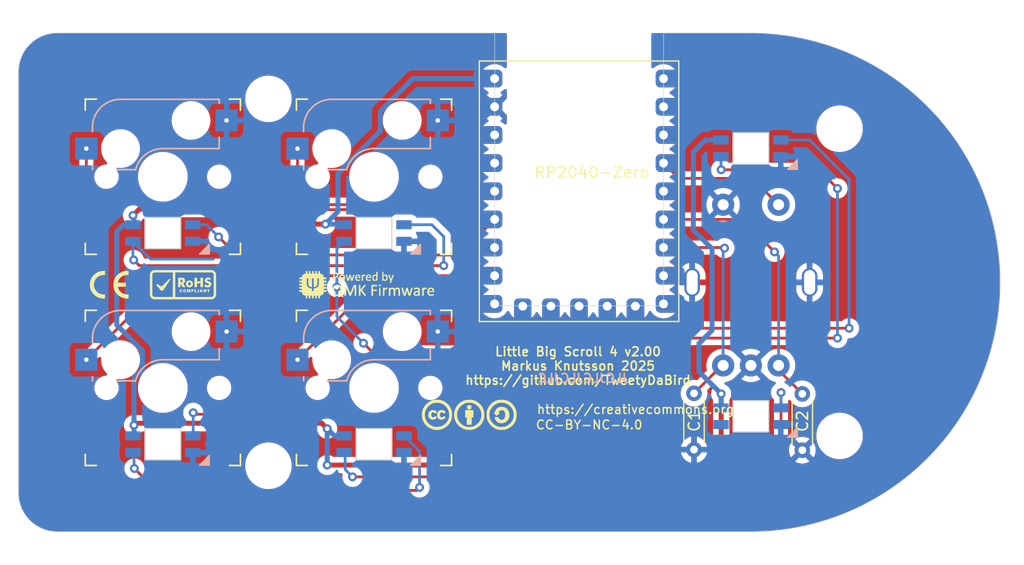
<source format=kicad_pcb>
(kicad_pcb (version 20241229) (generator "pcbnew") (generator_version "9.0")
  (title_block (title "Little Big Scroll 4") (date "2025-03-25") (rev "v2.00") (company "Markus Knutsson <markus.knutsson@tweety.se>") (comment 1 "https://github.com/TweetyDaBird") (comment 2 "Licensed under Creative Commons Attribution-ShareAlike 4.0 International"))
  (layers (0 "F.Cu" signal) (2 "B.Cu" signal) (13 "F.Paste" user) (15 "B.Paste" user) (5 "F.SilkS" user "F.Silkscreen") (7 "B.SilkS" user "B.Silkscreen") (1 "F.Mask" user) (3 "B.Mask" user) (25 "Edge.Cuts" user))
  (net 0 "")
  (net 1 "GND")
  (net 2 "VCC")
  (net 3 "RGB")
  (net 4 "Net-(RGB1-DOUT)")
  (net 5 "Net-(RGB2-DOUT)")
  (net 6 "Net-(RGB3-DOUT)")
  (net 7 "Net-(RGB4-DOUT)")
  (net 8 "Net-(RGB5-DOUT)")
  (net 9 "ENC_A")
  (net 10 "ENC_B")
  (net 12 "Key1")
  (net 13 "Key2")
  (net 14 "Key3")
  (net 15 "Key4")
  (net 16 "Key5")
  (footprint "Resistor_THT:R_Axial_DIN0204_L3.6mm_D1.6mm_P5.08mm_Horizontal" (layer "F.Cu") (at 214.25 121.57 -90)
    (property "Reference" "C1" (at 2.5 -0.02 90) (layer "F.SilkS"))
    (property "Value" "100nF")
    (pad "1" thru_hole circle (at 0 0 270) (size 1.4 1.4) (drill 0.7) (layers "*.Cu" "*.Mask") (net 9 "ENC_A"))
    (pad "2" thru_hole oval (at 5.08 0 270) (size 1.4 1.4) (drill 0.7) (layers "*.Cu" "*.Mask") (net 1 "GND"))
  )
  (footprint "Resistor_THT:R_Axial_DIN0204_L3.6mm_D1.6mm_P5.08mm_Horizontal" (layer "F.Cu") (at 224.02 126.7 90)
    (property "Reference" "C2" (at 2.62 0.01 90) (layer "F.SilkS"))
    (property "Value" "100nF")
    (pad "1" thru_hole circle (at 0 0 90) (size 1.4 1.4) (drill 0.7) (layers "*.Cu" "*.Mask") (net 1 "GND"))
    (pad "2" thru_hole oval (at 5.08 0 90) (size 1.4 1.4) (drill 0.7) (layers "*.Cu" "*.Mask") (net 10 "ENC_B"))
  )
  (footprint "Keyboard Switches:SW_MX_HotSwap" (layer "F.Cu") (at 166.33 102.03)
    (property "Reference" "SW1" (hide yes))
    (property "Value" "SW_Push" (hide yes))
    (pad "" np_thru_hole circle (at -5.08 0) (size 1.7018 1.7018) (drill 1.7018) (layers "*.Cu" "*.Mask"))
    (pad "" np_thru_hole circle (at -3.81 -2.54) (size 3 3) (drill 3) (layers "*.Cu" "*.Mask"))
    (pad "" np_thru_hole circle (at 0 0) (size 3.9878 3.9878) (drill 3.9878) (layers "*.Cu" "*.Mask"))
    (pad "" np_thru_hole circle (at 2.54 -5.08) (size 3 3) (drill 3) (layers "*.Cu" "*.Mask"))
    (pad "" np_thru_hole circle (at 5.08 0) (size 1.7018 1.7018) (drill 1.7018) (layers "*.Cu" "*.Mask"))
    (pad "1" smd rect (at -6.9 -2.54) (size 2 2) (layers "B.Cu" "B.Mask" "B.Paste") (net 12 "Key1"))
    (pad "2" smd rect (at 5.75 -5.08) (size 2 2) (layers "B.Cu" "B.Mask" "B.Paste") (net 1 "GND"))
  )
  (footprint "Keyboard Switches:SW_MX_HotSwap" (layer "F.Cu") (at 185.38 102.03)
    (property "Reference" "SW2" (hide yes))
    (property "Value" "SW_Push" (hide yes))
    (pad "" np_thru_hole circle (at -5.08 0) (size 1.7018 1.7018) (drill 1.7018) (layers "*.Cu" "*.Mask"))
    (pad "" np_thru_hole circle (at -3.81 -2.54) (size 3 3) (drill 3) (layers "*.Cu" "*.Mask"))
    (pad "" np_thru_hole circle (at 0 0) (size 3.9878 3.9878) (drill 3.9878) (layers "*.Cu" "*.Mask"))
    (pad "" np_thru_hole circle (at 2.54 -5.08) (size 3 3) (drill 3) (layers "*.Cu" "*.Mask"))
    (pad "" np_thru_hole circle (at 5.08 0) (size 1.7018 1.7018) (drill 1.7018) (layers "*.Cu" "*.Mask"))
    (pad "1" smd rect (at -6.9 -2.54) (size 2 2) (layers "B.Cu" "B.Mask" "B.Paste") (net 13 "Key2"))
    (pad "2" smd rect (at 5.75 -5.08) (size 2 2) (layers "B.Cu" "B.Mask" "B.Paste") (net 1 "GND"))
  )
  (footprint "Keyboard Switches:SW_MX_HotSwap" (layer "F.Cu") (at 166.33 121.08)
    (property "Reference" "SW3" (hide yes))
    (property "Value" "SW_Push" (hide yes))
    (pad "" np_thru_hole circle (at -5.08 0) (size 1.7018 1.7018) (drill 1.7018) (layers "*.Cu" "*.Mask"))
    (pad "" np_thru_hole circle (at -3.81 -2.54) (size 3 3) (drill 3) (layers "*.Cu" "*.Mask"))
    (pad "" np_thru_hole circle (at 0 0) (size 3.9878 3.9878) (drill 3.9878) (layers "*.Cu" "*.Mask"))
    (pad "" np_thru_hole circle (at 2.54 -5.08) (size 3 3) (drill 3) (layers "*.Cu" "*.Mask"))
    (pad "" np_thru_hole circle (at 5.08 0) (size 1.7018 1.7018) (drill 1.7018) (layers "*.Cu" "*.Mask"))
    (pad "1" smd rect (at -6.9 -2.54) (size 2 2) (layers "B.Cu" "B.Mask" "B.Paste") (net 14 "Key3"))
    (pad "2" smd rect (at 5.75 -5.08) (size 2 2) (layers "B.Cu" "B.Mask" "B.Paste") (net 1 "GND"))
  )
  (footprint "Keyboard Switches:SW_MX_HotSwap" (layer "F.Cu") (at 185.38 121.08)
    (property "Reference" "SW4" (hide yes))
    (property "Value" "SW_Push" (hide yes))
    (pad "" np_thru_hole circle (at -5.08 0) (size 1.7018 1.7018) (drill 1.7018) (layers "*.Cu" "*.Mask"))
    (pad "" np_thru_hole circle (at -3.81 -2.54) (size 3 3) (drill 3) (layers "*.Cu" "*.Mask"))
    (pad "" np_thru_hole circle (at 0 0) (size 3.9878 3.9878) (drill 3.9878) (layers "*.Cu" "*.Mask"))
    (pad "" np_thru_hole circle (at 2.54 -5.08) (size 3 3) (drill 3) (layers "*.Cu" "*.Mask"))
    (pad "" np_thru_hole circle (at 5.08 0) (size 1.7018 1.7018) (drill 1.7018) (layers "*.Cu" "*.Mask"))
    (pad "1" smd rect (at -6.9 -2.54) (size 2 2) (layers "B.Cu" "B.Mask" "B.Paste") (net 15 "Key4"))
    (pad "2" smd rect (at 5.75 -5.08) (size 2 2) (layers "B.Cu" "B.Mask" "B.Paste") (net 1 "GND"))
  )
  (footprint "Keyboard Common:Spacer PCB hole" (layer "F.Cu") (at 175.855 95.005)
    (property "Reference" "H1" (hide yes))
    (property "Value" "Spacer_PCB" (hide yes))
    (pad "" np_thru_hole circle (at 0 0) (size 3.7 3.7) (drill 3.7) (layers "*.Cu" "*.Mask"))
  )
  (footprint "Keyboard Common:Spacer PCB hole" (layer "F.Cu") (at 227.38 97.698594)
    (property "Reference" "H2" (hide yes))
    (property "Value" "Spacer_PCB" (hide yes))
    (pad "" np_thru_hole circle (at 0 0) (size 3.7 3.7) (drill 3.7) (layers "*.Cu" "*.Mask"))
  )
  (footprint "Keyboard Common:Spacer PCB hole" (layer "F.Cu") (at 227.38 125.411406)
    (property "Reference" "H3" (hide yes))
    (property "Value" "Spacer_PCB" (hide yes))
    (pad "" np_thru_hole circle (at 0 0) (size 3.7 3.7) (drill 3.7) (layers "*.Cu" "*.Mask"))
  )
  (footprint "Keyboard Common:Spacer PCB hole" (layer "F.Cu") (at 175.855 128.105)
    (property "Reference" "H4" (hide yes))
    (property "Value" "Spacer_PCB" (hide yes))
    (pad "" np_thru_hole circle (at 0 0) (size 3.7 3.7) (drill 3.7) (layers "*.Cu" "*.Mask"))
  )
  (footprint "Logotypes:CC_BY_SA_40_line" (layer "F.Cu") (at 203.824696 123.72)
    (property "Reference" "Logo1" (hide yes))
    (property "Value" "CC-BY-NC-4.0" (at 0.968264 0.695 0) (layer "F.SilkS") (effects (font (size 0.8 0.8) (thickness 0.125))))
    (fp_text user "https://creativecommons.org" (at 5.139694 -0.695 0) (layer "F.SilkS") (effects (font (size 0.8 0.8) (thickness 0.125))))
  )
  (footprint "Keyboard RGB:RGB_SK6812MINI-E" (layer "F.Cu") (at 219.38 123.635)
    (property "Reference" "RGB6" (hide yes))
    (property "Value" "SK6812MINI-E")
    (fp_line (start -1.61 -1.41) (end 1.61 -1.41) (stroke (width 0.1)) (layer "Edge.Cuts"))
    (fp_line (start -1.61 1.41) (end -1.61 -1.41) (stroke (width 0.1)) (layer "Edge.Cuts"))
    (fp_line (start 1.61 -1.41) (end 1.61 1.41) (stroke (width 0.1)) (layer "Edge.Cuts"))
    (fp_line (start 1.61 1.41) (end -1.61 1.41) (stroke (width 0.1)) (layer "Edge.Cuts"))
    (pad "1" smd roundrect (at -2.7 -0.75 270) (size 0.82 1.4) (layers "B.Cu" "B.Mask" "B.Paste") (roundrect_rratio 0.1) (net 2 "VCC"))
    (pad "2" smd roundrect (at -2.7 0.75 270) (size 0.82 1.4) (layers "B.Cu" "B.Mask" "B.Paste") (roundrect_rratio 0.1))
    (pad "3" smd roundrect (at 2.7 0.75 270) (size 0.82 1.4) (layers "B.Cu" "B.Mask" "B.Paste") (roundrect_rratio 0.1) (net 1 "GND"))
    (pad "4" smd roundrect (at 2.7 -0.75 270) (size 0.82 1.4) (layers "B.Cu" "B.Mask" "B.Paste") (roundrect_rratio 0.1) (net 8 "Net-(RGB5-DOUT)"))
  )
  (footprint "Logotypes:RoHs" (layer "F.Cu") (at 168.14 111.78)
    (property "Reference" "Logo3" (hide yes))
    (property "Value" "RoHS" (hide yes))
  )
  (footprint "Logotypes:Powered_by_QMK" (layer "F.Cu") (at 184.75 111.755392)
    (property "Reference" "Logo2" (hide yes))
    (property "Value" "QMK_Logo" (hide yes))
  )
  (footprint "Keyboard RGB:RGB_SK6812MINI-E" (layer "F.Cu") (at 185.38 107.11)
    (property "Reference" "RGB2" (hide yes))
    (property "Value" "SK6812MINI-E")
    (fp_line (start -1.61 -1.41) (end 1.61 -1.41) (stroke (width 0.1)) (layer "Edge.Cuts"))
    (fp_line (start -1.61 1.41) (end -1.61 -1.41) (stroke (width 0.1)) (layer "Edge.Cuts"))
    (fp_line (start 1.61 -1.41) (end 1.61 1.41) (stroke (width 0.1)) (layer "Edge.Cuts"))
    (fp_line (start 1.61 1.41) (end -1.61 1.41) (stroke (width 0.1)) (layer "Edge.Cuts"))
    (pad "1" smd roundrect (at -2.7 -0.75 270) (size 0.82 1.4) (layers "B.Cu" "B.Mask" "B.Paste") (roundrect_rratio 0.1) (net 2 "VCC"))
    (pad "2" smd roundrect (at -2.7 0.75 270) (size 0.82 1.4) (layers "B.Cu" "B.Mask" "B.Paste") (roundrect_rratio 0.1) (net 5 "Net-(RGB2-DOUT)"))
    (pad "3" smd roundrect (at 2.7 0.75 270) (size 0.82 1.4) (layers "B.Cu" "B.Mask" "B.Paste") (roundrect_rratio 0.1) (net 1 "GND"))
    (pad "4" smd roundrect (at 2.7 -0.75 270) (size 0.82 1.4) (layers "B.Cu" "B.Mask" "B.Paste") (roundrect_rratio 0.1) (net 4 "Net-(RGB1-DOUT)"))
  )
  (footprint "Keyboard RGB:RGB_SK6812MINI-E" (layer "F.Cu") (at 185.38 126.16)
    (property "Reference" "RGB5" (hide yes))
    (property "Value" "SK6812MINI-E")
    (fp_line (start -1.61 -1.41) (end 1.61 -1.41) (stroke (width 0.1)) (layer "Edge.Cuts"))
    (fp_line (start -1.61 1.41) (end -1.61 -1.41) (stroke (width 0.1)) (layer "Edge.Cuts"))
    (fp_line (start 1.61 -1.41) (end 1.61 1.41) (stroke (width 0.1)) (layer "Edge.Cuts"))
    (fp_line (start 1.61 1.41) (end -1.61 1.41) (stroke (width 0.1)) (layer "Edge.Cuts"))
    (pad "1" smd roundrect (at -2.7 -0.75 270) (size 0.82 1.4) (layers "B.Cu" "B.Mask" "B.Paste") (roundrect_rratio 0.1) (net 2 "VCC"))
    (pad "2" smd roundrect (at -2.7 0.75 270) (size 0.82 1.4) (layers "B.Cu" "B.Mask" "B.Paste") (roundrect_rratio 0.1) (net 8 "Net-(RGB5-DOUT)"))
    (pad "3" smd roundrect (at 2.7 0.75 270) (size 0.82 1.4) (layers "B.Cu" "B.Mask" "B.Paste") (roundrect_rratio 0.1) (net 1 "GND"))
    (pad "4" smd roundrect (at 2.7 -0.75 270) (size 0.82 1.4) (layers "B.Cu" "B.Mask" "B.Paste") (roundrect_rratio 0.1) (net 7 "Net-(RGB4-DOUT)"))
  )
  (footprint "Logotypes:CE" (layer "F.Cu") (at 161.489525 111.771748)
    (property "Reference" "Logo4" (hide yes))
    (property "Value" "CE" (hide yes))
  )
  (footprint "Keyboard RGB:RGB_SK6812MINI-E" (layer "F.Cu") (at 166.33 126.16)
    (property "Reference" "RGB4" (hide yes))
    (property "Value" "SK6812MINI-E")
    (fp_line (start -1.61 -1.41) (end 1.61 -1.41) (stroke (width 0.1)) (layer "Edge.Cuts"))
    (fp_line (start -1.61 1.41) (end -1.61 -1.41) (stroke (width 0.1)) (layer "Edge.Cuts"))
    (fp_line (start 1.61 -1.41) (end 1.61 1.41) (stroke (width 0.1)) (layer "Edge.Cuts"))
    (fp_line (start 1.61 1.41) (end -1.61 1.41) (stroke (width 0.1)) (layer "Edge.Cuts"))
    (pad "1" smd roundrect (at -2.7 -0.75 270) (size 0.82 1.4) (layers "B.Cu" "B.Mask" "B.Paste") (roundrect_rratio 0.1) (net 2 "VCC"))
    (pad "2" smd roundrect (at -2.7 0.75 270) (size 0.82 1.4) (layers "B.Cu" "B.Mask" "B.Paste") (roundrect_rratio 0.1) (net 7 "Net-(RGB4-DOUT)"))
    (pad "3" smd roundrect (at 2.7 0.75 270) (size 0.82 1.4) (layers "B.Cu" "B.Mask" "B.Paste") (roundrect_rratio 0.1) (net 1 "GND"))
    (pad "4" smd roundrect (at 2.7 -0.75 270) (size 0.82 1.4) (layers "B.Cu" "B.Mask" "B.Paste") (roundrect_rratio 0.1) (net 6 "Net-(RGB3-DOUT)"))
  )
  (footprint "Keyboard RGB:RGB_SK6812MINI-E" (layer "F.Cu") (at 219.38 99.475)
    (property "Reference" "RGB3" (hide yes))
    (property "Value" "SK6812MINI-E")
    (fp_line (start -1.61 -1.41) (end 1.61 -1.41) (stroke (width 0.1)) (layer "Edge.Cuts"))
    (fp_line (start -1.61 1.41) (end -1.61 -1.41) (stroke (width 0.1)) (layer "Edge.Cuts"))
    (fp_line (start 1.61 -1.41) (end 1.61 1.41) (stroke (width 0.1)) (layer "Edge.Cuts"))
    (fp_line (start 1.61 1.41) (end -1.61 1.41) (stroke (width 0.1)) (layer "Edge.Cuts"))
    (pad "1" smd roundrect (at -2.7 -0.75 270) (size 0.82 1.4) (layers "B.Cu" "B.Mask" "B.Paste") (roundrect_rratio 0.1) (net 2 "VCC"))
    (pad "2" smd roundrect (at -2.7 0.75 270) (size 0.82 1.4) (layers "B.Cu" "B.Mask" "B.Paste") (roundrect_rratio 0.1) (net 6 "Net-(RGB3-DOUT)"))
    (pad "3" smd roundrect (at 2.7 0.75 270) (size 0.82 1.4) (layers "B.Cu" "B.Mask" "B.Paste") (roundrect_rratio 0.1) (net 1 "GND"))
    (pad "4" smd roundrect (at 2.7 -0.75 270) (size 0.82 1.4) (layers "B.Cu" "B.Mask" "B.Paste") (roundrect_rratio 0.1) (net 5 "Net-(RGB2-DOUT)"))
  )
  (footprint "Keyboard Controllers:RP2040-Zero_castellated" (layer "F.Cu") (at 194.88 115.09)
    (property "Reference" "RZ1")
    (property "Value" "RP2040-Zero" (at 10.16 -13.45 0) (layer "F.SilkS"))
    (pad "1" thru_hole roundrect (at 16.62 -21.91) (size 2.6 1.6) (drill 0.8 (offset 0.6 0)) (layers "*.Cu" "*.Mask"))
    (pad "2" thru_hole roundrect (at 16.62 -19.37) (size 2.6 1.6) (drill 0.8 (offset 0.6 0)) (layers "*.Cu" "*.Mask"))
    (pad "3" thru_hole roundrect (at 16.62 -16.83) (size 2.6 1.6) (drill 0.8 (offset 0.6 0)) (layers "*.Cu" "*.Mask"))
    (pad "4" thru_hole roundrect (at 16.62 -14.29) (size 2.6 1.6) (drill 0.8 (offset 0.6 0)) (layers "*.Cu" "*.Mask") (net 16 "Key5"))
    (pad "5" thru_hole roundrect (at 16.62 -11.75) (size 2.6 1.6) (drill 0.8 (offset 0.6 0)) (layers "*.Cu" "*.Mask"))
    (pad "6" thru_hole roundrect (at 16.62 -9.21) (size 2.6 1.6002) (drill 0.8 (offset 0.6 0)) (layers "*.Cu" "*.Mask") (net 10 "ENC_B"))
    (pad "7" thru_hole roundrect (at 16.62 -6.67) (size 2.6 1.6002) (drill 0.8 (offset 0.6 0)) (layers "*.Cu" "*.Mask") (net 9 "ENC_A"))
    (pad "8" thru_hole roundrect (at 16.62 -4.13) (size 2.6 1.6002) (drill 0.8 (offset 0.6 0)) (layers "*.Cu" "*.Mask"))
    (pad "9" thru_hole roundrect (at 16.62 -1.59) (size 2.6 1.6002) (drill 0.8 (offset 0.6 0)) (layers "*.Cu" "*.Mask"))
    (pad "10" thru_hole roundrect (at 14.08 -1.38) (size 1.6 2.6) (drill 0.8 (offset 0 0.6)) (layers "*.Cu" "*.Mask"))
    (pad "11" thru_hole roundrect (at 11.54 -1.38) (size 1.5748 2.6) (drill 0.8 (offset 0 0.6)) (layers "*.Cu" "*.Mask"))
    (pad "12" thru_hole roundrect (at 9 -1.38) (size 1.5748 2.6) (drill 0.8 (offset 0 0.6)) (layers "*.Cu" "*.Mask"))
    (pad "13" thru_hole roundrect (at 6.46 -1.38) (size 1.5748 2.6) (drill 0.8 (offset 0 0.6)) (layers "*.Cu" "*.Mask"))
    (pad "14" thru_hole roundrect (at 3.92 -1.38) (size 1.5748 2.6) (drill 0.8 (offset 0 0.6)) (layers "*.Cu" "*.Mask"))
    (pad "15" thru_hole roundrect (at 1.38 -1.59) (size 2.6 1.6002) (drill 0.8 (offset -0.6 0)) (layers "*.Cu" "*.Mask") (net 15 "Key4"))
    (pad "16" thru_hole roundrect (at 1.38 -4.13) (size 2.6 1.6002) (drill 0.8 (offset -0.6 0)) (layers "*.Cu" "*.Mask") (net 14 "Key3"))
    (pad "17" thru_hole roundrect (at 1.38 -6.67) (size 2.6 1.6002) (drill 0.8 (offset -0.6 0)) (layers "*.Cu" "*.Mask"))
    (pad "18" thru_hole roundrect (at 1.38 -9.21) (size 2.6 1.6002) (drill 0.8 (offset -0.6 0)) (layers "*.Cu" "*.Mask") (net 3 "RGB"))
    (pad "19" thru_hole roundrect (at 1.38 -11.75) (size 2.6 1.6002) (drill 0.8 (offset -0.6 0)) (layers "*.Cu" "*.Mask") (net 12 "Key1"))
    (pad "20" thru_hole roundrect (at 1.38 -14.29) (size 2.6 1.6002) (drill 0.8 (offset -0.6 0)) (layers "*.Cu" "*.Mask") (net 13 "Key2"))
    (pad "21" thru_hole roundrect (at 1.38 -16.83) (size 2.6 1.6002) (drill 0.8 (offset -0.6 0)) (layers "*.Cu" "*.Mask"))
    (pad "22" thru_hole roundrect (at 1.38 -19.37) (size 2.6 1.6002) (drill 0.8 (offset -0.6 0)) (layers "*.Cu" "*.Mask") (net 1 "GND"))
    (pad "23" thru_hole roundrect (at 1.38 -21.91) (size 2.6 1.6002) (drill 0.8 (offset -0.6 0)) (layers "*.Cu" "*.Mask") (net 2 "VCC"))
  )
  (footprint "Keyboard Encoders:Encoder_Alps_EC11E_Small" (layer "F.Cu") (at 219.38 111.555 90)
    (property "Reference" "ENC1" (hide yes))
    (property "Value" "Rotary_Encoder_Click" (hide yes))
    (pad "A" thru_hole circle (at -7.5 -2.5 90) (size 2 2) (drill 1) (layers "*.Cu" "*.Mask") (net 9 "ENC_A"))
    (pad "B" thru_hole circle (at -7.5 2.5 90) (size 2 2) (drill 1) (layers "*.Cu" "*.Mask") (net 10 "ENC_B"))
    (pad "C" thru_hole circle (at -7.5 0 90) (size 2 2) (drill 1) (layers "*.Cu" "*.Mask") (net 1 "GND"))
    (pad "MP" thru_hole oval (at 0 -5.3 90) (size 2.55 1.4) (drill oval 2.2 1) (layers "*.Cu" "*.Mask") (net 1 "GND"))
    (pad "MP" thru_hole oval (at 0 5.3 90) (size 2.55 1.4) (drill oval 2.2 1) (layers "*.Cu" "*.Mask") (net 1 "GND"))
    (pad "S1" thru_hole circle (at 7 2.5 90) (size 2 2) (drill 1) (layers "*.Cu" "*.Mask") (net 16 "Key5"))
    (pad "S2" thru_hole circle (at 7 -2.5 90) (size 2 2) (drill 1) (layers "*.Cu" "*.Mask") (net 1 "GND"))
  )
  (footprint "Keyboard RGB:RGB_SK6812MINI-E" (layer "F.Cu") (at 166.33 107.11)
    (property "Reference" "RGB1" (hide yes))
    (property "Value" "SK6812MINI-E")
    (fp_line (start -1.61 -1.41) (end 1.61 -1.41) (stroke (width 0.1)) (layer "Edge.Cuts"))
    (fp_line (start -1.61 1.41) (end -1.61 -1.41) (stroke (width 0.1)) (layer "Edge.Cuts"))
    (fp_line (start 1.61 -1.41) (end 1.61 1.41) (stroke (width 0.1)) (layer "Edge.Cuts"))
    (fp_line (start 1.61 1.41) (end -1.61 1.41) (stroke (width 0.1)) (layer "Edge.Cuts"))
    (pad "1" smd roundrect (at -2.7 -0.75 270) (size 0.82 1.4) (layers "B.Cu" "B.Mask" "B.Paste") (roundrect_rratio 0.1) (net 2 "VCC"))
    (pad "2" smd roundrect (at -2.7 0.75 270) (size 0.82 1.4) (layers "B.Cu" "B.Mask" "B.Paste") (roundrect_rratio 0.1) (net 4 "Net-(RGB1-DOUT)"))
    (pad "3" smd roundrect (at 2.7 0.75 270) (size 0.82 1.4) (layers "B.Cu" "B.Mask" "B.Paste") (roundrect_rratio 0.1) (net 1 "GND"))
    (pad "4" smd roundrect (at 2.7 -0.75 270) (size 0.82 1.4) (layers "B.Cu" "B.Mask" "B.Paste") (roundrect_rratio 0.1) (net 3 "RGB"))
  )
  (gr_line (start 211.505 89.06) (end 219.38 89.06) (stroke (width 0.05)) (layer "Edge.Cuts"))
  (gr_line (start 211.505 89.06) (end 211.505 113.67) (stroke (width 0.05)) (layer "Edge.Cuts"))
  (gr_arc (start 219.38 89.06) (mid 241.875 111.555) (end 219.38 134.05) (stroke (width 0.05)) (layer "Edge.Cuts"))
  (gr_line (start 196.27 113.67) (end 196.27 89.06) (stroke (width 0.05)) (layer "Edge.Cuts"))
  (gr_arc (start 156.805 134.05) (mid 154.330126 133.024874) (end 153.305 130.55) (stroke (width 0.05)) (layer "Edge.Cuts"))
  (gr_line (start 153.305 92.56) (end 153.305 130.55) (stroke (width 0.05)) (layer "Edge.Cuts"))
  (gr_line (start 156.805 134.05) (end 219.38 134.05) (stroke (width 0.05)) (layer "Edge.Cuts"))
  (gr_arc (start 153.305 92.56) (mid 154.330126 90.085126) (end 156.805 89.06) (stroke (width 0.05)) (layer "Edge.Cuts"))
  (gr_line (start 211.505 113.67) (end 196.27 113.67) (stroke (width 0.05)) (layer "Edge.Cuts"))
  (gr_line (start 156.805 89.06) (end 196.27 89.06) (stroke (width 0.05)) (layer "Edge.Cuts"))
  (gr_text "Little Big Scroll 4 v2.00\nMarkus Knutsson 2025\nhttps://github.com/TweetyDaBird" (at 203.785 119.1 0) (layer "F.SilkS") (effects (font (size 0.8 0.8))))
  (gr_text "JLCJLCJLCJLC" (at 204.26 120.21 0) (layer "B.SilkS") (effects (font (size 0.8 0.8)) (justify mirror)))
  (via (at 172.08 116) (size 0.8) (drill 0.4) (layers "F.Cu" "B.Cu") (net 1))
  (via (at 172.08 96.95) (size 0.8) (drill 0.4) (layers "F.Cu" "B.Cu") (net 1))
  (via (at 191.13 116) (size 0.8) (drill 0.4) (layers "F.Cu" "B.Cu") (net 1))
  (via (at 191.13 96.95) (size 0.8) (drill 0.4) (layers "F.Cu" "B.Cu") (net 1))
  (segment (start 163.904989 124.269511) (end 163.73 124.4445) (width 0.45) (layer "F.Cu") (net 2))
  (segment (start 180.115786 106.31) (end 181 106.31) (width 0.45) (layer "F.Cu") (net 2))
  (segment (start 164.2101 104.9499) (end 178.755686 104.9499) (width 0.45) (layer "F.Cu") (net 2))
  (segment (start 216.7 126.38) (end 216.7 121.62) (width 0.45) (layer "F.Cu") (net 2))
  (segment (start 180.669511 124.269511) (end 163.904989 124.269511) (width 0.45) (layer "F.Cu") (net 2))
  (segment (start 163.64 105.52) (end 164.2101 104.9499) (width 0.45) (layer "F.Cu") (net 2))
  (segment (start 181.16 128.04) (end 215.04 128.04) (width 0.45) (layer "F.Cu") (net 2))
  (segment (start 215.04 128.04) (end 216.7 126.38) (width 0.45) (layer "F.Cu") (net 2))
  (segment (start 178.755686 104.9499) (end 180.115786 106.31) (width 0.45) (layer "F.Cu") (net 2))
  (segment (start 181.16 124.76) (end 180.669511 124.269511) (width 0.45) (layer "F.Cu") (net 2))
  (via (at 216.7 121.62) (size 0.8) (drill 0.4) (layers "F.Cu" "B.Cu") (net 2))
  (via (at 181.16 124.76) (size 0.8) (drill 0.4) (layers "F.Cu" "B.Cu") (net 2))
  (via (at 181.16 128.04) (size 0.8) (drill 0.4) (layers "F.Cu" "B.Cu") (net 2))
  (via (at 163.73 124.4445) (size 0.8) (drill 0.4) (layers "F.Cu" "B.Cu") (net 2))
  (via (at 181 106.31) (size 0.8) (drill 0.4) (layers "F.Cu" "B.Cu") (net 2))
  (via (at 163.64 105.52) (size 0.8) (drill 0.4) (layers "F.Cu" "B.Cu") (net 2))
  (segment (start 181.16 124.76) (end 181.16 128.04) (width 0.45) (layer "B.Cu") (net 2))
  (segment (start 185.944 97.910486) (end 182.130173 101.724313) (width 0.45) (layer "B.Cu") (net 2))
  (segment (start 163.73 105.61) (end 163.73 106.359999) (width 0.45) (layer "B.Cu") (net 2))
  (segment (start 216.7 121.62) (end 214.7 119.62) (width 0.45) (layer "B.Cu") (net 2))
  (segment (start 215.255 98.725) (end 216.68 98.725) (width 0.45) (layer "B.Cu") (net 2))
  (segment (start 215.88 108.53) (end 214.19 106.84) (width 0.45) (layer "B.Cu") (net 2))
  (segment (start 216.7 122.865) (end 216.7 121.62) (width 0.45) (layer "B.Cu") (net 2))
  (segment (start 181.809999 125.409999) (end 181.16 124.76) (width 0.45) (layer "B.Cu") (net 2))
  (segment (start 163.73 120.189124) (end 163.73 124.4445) (width 0.45) (layer "B.Cu") (net 2))
  (segment (start 196.26 93.18) (end 188.895514 93.18) (width 0.45) (layer "B.Cu") (net 2))
  (segment (start 162.17 107) (end 162.17 115.397605) (width 0.45) (layer "B.Cu") (net 2))
  (segment (start 214.19 99.79) (end 215.255 98.725) (width 0.45) (layer "B.Cu") (net 2))
  (segment (start 164.494521 117.722126) (end 164.494521 119.424603) (width 0.45) (layer "B.Cu") (net 2))
  (segment (start 214.7 119.62) (end 214.7 117.07) (width 0.45) (layer "B.Cu") (net 2))
  (segment (start 216.68 122.885) (end 216.7 122.865) (width 0.45) (layer "B.Cu") (net 2))
  (segment (start 215.88 115.89) (end 215.88 108.53) (width 0.45) (layer "B.Cu") (net 2))
  (segment (start 182.730001 106.31) (end 181 106.31) (width 0.45) (layer "B.Cu") (net 2))
  (segment (start 163.73 125.409999) (end 163.73 124.4445) (width 0.45) (layer "B.Cu") (net 2))
  (segment (start 185.944 96.131514) (end 185.944 97.910486) (width 0.45) (layer "B.Cu") (net 2))
  (segment (start 162.17 115.397605) (end 164.494521 117.722126) (width 0.45) (layer "B.Cu") (net 2))
  (segment (start 214.19 106.84) (end 214.19 99.79) (width 0.45) (layer "B.Cu") (net 2))
  (segment (start 182.130173 101.724313) (end 182.130173 105.179827) (width 0.45) (layer "B.Cu") (net 2))
  (segment (start 164.494521 119.424603) (end 163.73 120.189124) (width 0.45) (layer "B.Cu") (net 2))
  (segment (start 182.130173 105.179827) (end 181 106.31) (width 0.45) (layer "B.Cu") (net 2))
  (segment (start 182.78 106.359999) (end 182.730001 106.31) (width 0.45) (layer "B.Cu") (net 2))
  (segment (start 163.64 105.52) (end 163.73 105.61) (width 0.45) (layer "B.Cu") (net 2))
  (segment (start 162.810001 106.359999) (end 162.17 107) (width 0.45) (layer "B.Cu") (net 2))
  (segment (start 188.895514 93.18) (end 185.944 96.131514) (width 0.45) (layer "B.Cu") (net 2))
  (segment (start 214.7 117.07) (end 215.88 115.89) (width 0.45) (layer "B.Cu") (net 2))
  (segment (start 163.73 106.359999) (end 162.810001 106.359999) (width 0.45) (layer "B.Cu") (net 2))
  (segment (start 182.78 125.409999) (end 181.809999 125.409999) (width 0.45) (layer "B.Cu") (net 2))
  (segment (start 193.05 109.09) (end 172.99 109.09) (width 0.25) (layer "F.Cu") (net 3))
  (segment (start 172.99 109.09) (end 171.36 107.46) (width 0.25) (layer "F.Cu") (net 3))
  (segment (start 196.26 105.88) (end 193.05 109.09) (width 0.25) (layer "F.Cu") (net 3))
  (via (at 171.36 107.46) (size 0.8) (drill 0.4) (layers "F.Cu" "B.Cu") (net 3))
  (segment (start 169.03 106.36) (end 170.26 106.36) (width 0.25) (layer "B.Cu") (net 3))
  (segment (start 170.26 106.36) (end 171.36 107.46) (width 0.25) (layer "B.Cu") (net 3))
  (segment (start 164.21 110.05) (end 191.67 110.05) (width 0.25) (layer "F.Cu") (net 4))
  (segment (start 163.7 109.54) (end 164.21 110.05) (width 0.25) (layer "F.Cu") (net 4))
  (via (at 191.67 110.05) (size 0.8) (drill 0.4) (layers "F.Cu" "B.Cu") (net 4))
  (via (at 163.7 109.54) (size 0.8) (drill 0.4) (layers "F.Cu" "B.Cu") (net 4))
  (segment (start 190.6 106.36) (end 191.67 107.43) (width 0.25) (layer "B.Cu") (net 4))
  (segment (start 165.23 109.46) (end 170.89 109.46) (width 0.25) (layer "B.Cu") (net 4))
  (segment (start 188.08 106.36) (end 190.6 106.36) (width 0.25) (layer "B.Cu") (net 4))
  (segment (start 163.63 109.47) (end 163.7 109.54) (width 0.25) (layer "B.Cu") (net 4))
  (segment (start 163.63 107.86) (end 165.23 109.46) (width 0.25) (layer "B.Cu") (net 4))
  (segment (start 163.63 107.86) (end 163.63 109.47) (width 0.25) (layer "B.Cu") (net 4))
  (segment (start 191.67 107.43) (end 191.67 110.05) (width 0.25) (layer "B.Cu") (net 4))
  (segment (start 200.18 117.876) (end 202.356 115.7) (width 0.25) (layer "F.Cu") (net 5))
  (segment (start 184.43 117.05) (end 185.256 117.876) (width 0.25) (layer "F.Cu") (net 5))
  (segment (start 185.256 117.876) (end 200.18 117.876) (width 0.25) (layer "F.Cu") (net 5))
  (segment (start 202.356 115.7) (end 228.24 115.7) (width 0.25) (layer "F.Cu") (net 5))
  (via (at 228.24 115.7) (size 0.8) (drill 0.4) (layers "F.Cu" "B.Cu") (net 5))
  (via (at 182.03 111.99) (size 0.8) (drill 0.4) (layers "F.Cu" "B.Cu") (net 5))
  (via (at 184.43 117.05) (size 0.8) (drill 0.4) (layers "F.Cu" "B.Cu") (net 5))
  (segment (start 222.08 98.725) (end 224.695 98.725) (width 0.25) (layer "B.Cu") (net 5))
  (segment (start 182.03 114.65) (end 184.43 117.05) (width 0.25) (layer "B.Cu") (net 5))
  (segment (start 182.03 111.41) (end 182.03 114.65) (width 0.25) (layer "B.Cu") (net 5))
  (segment (start 224.695 98.725) (end 228.24 102.27) (width 0.25) (layer "B.Cu") (net 5))
  (segment (start 182.03 108.51) (end 182.03 111.41) (width 0.25) (layer "B.Cu") (net 5))
  (segment (start 182.03 111.41) (end 182.03 111.99) (width 0.25) (layer "B.Cu") (net 5))
  (segment (start 182.68 107.86) (end 182.03 108.51) (width 0.25) (layer "B.Cu") (net 5))
  (segment (start 228.24 102.27) (end 228.24 115.7) (width 0.25) (layer "B.Cu") (net 5))
  (segment (start 202.45 116.59) (end 227.19 116.59) (width 0.25) (layer "F.Cu") (net 6))
  (segment (start 225.5 101.4) (end 227.19 103.09) (width 0.25) (layer "F.Cu") (net 6))
  (segment (start 169.07 123.32) (end 169.21 123.46) (width 0.25) (layer "F.Cu") (net 6))
  (segment (start 216.7 101.4) (end 225.5 101.4) (width 0.25) (layer "F.Cu") (net 6))
  (segment (start 195.58 123.46) (end 202.45 116.59) (width 0.25) (layer "F.Cu") (net 6))
  (segment (start 169.21 123.46) (end 195.58 123.46) (width 0.25) (layer "F.Cu") (net 6))
  (via (at 227.19 103.09) (size 0.8) (drill 0.4) (layers "F.Cu" "B.Cu") (net 6))
  (via (at 227.19 116.59) (size 0.8) (drill 0.4) (layers "F.Cu" "B.Cu") (net 6))
  (via (at 169.07 123.32) (size 0.8) (drill 0.4) (layers "F.Cu" "B.Cu") (net 6))
  (via (at 216.7 101.4) (size 0.8) (drill 0.4) (layers "F.Cu" "B.Cu") (net 6))
  (segment (start 216.68 101.38) (end 216.7 101.4) (width 0.25) (layer "B.Cu") (net 6))
  (segment (start 169.07 123.32) (end 169.07 125.37) (width 0.25) (layer "B.Cu") (net 6))
  (segment (start 227.19 103.09) (end 227.19 116.59) (width 0.25) (layer "B.Cu") (net 6))
  (segment (start 169.07 125.37) (end 169.03 125.41) (width 0.25) (layer "B.Cu") (net 6))
  (segment (start 216.68 100.225) (end 216.68 101.38) (width 0.25) (layer "B.Cu") (net 6))
  (segment (start 189.220479 130.329521) (end 189.49 130.06) (width 0.25) (layer "F.Cu") (net 7))
  (segment (start 163.76 128.35) (end 165.739521 130.329521) (width 0.25) (layer "F.Cu") (net 7))
  (segment (start 165.739521 130.329521) (end 189.220479 130.329521) (width 0.25) (layer "F.Cu") (net 7))
  (via (at 189.49 130.06) (size 0.8) (drill 0.4) (layers "F.Cu" "B.Cu") (net 7))
  (via (at 163.76 128.35) (size 0.8) (drill 0.4) (layers "F.Cu" "B.Cu") (net 7))
  (segment (start 163.73 128.32) (end 163.76 128.35) (width 0.25) (layer "B.Cu") (net 7))
  (segment (start 188.100906 125.409999) (end 187.98 125.409999) (width 0.25) (layer "B.Cu") (net 7))
  (segment (start 189.49 130.06) (end 189.49 126.799093) (width 0.25) (layer "B.Cu") (net 7))
  (segment (start 189.49 126.799093) (end 188.100906 125.409999) (width 0.25) (layer "B.Cu") (net 7))
  (segment (start 163.73 126.909999) (end 163.73 128.32) (width 0.25) (layer "B.Cu") (net 7))
  (segment (start 219.1955 129.1045) (end 183.438469 129.1045) (width 0.25) (layer "F.Cu") (net 8))
  (segment (start 222.1 126.2) (end 219.1955 129.1045) (width 0.25) (layer "F.Cu") (net 8))
  (segment (start 222.1 121.5) (end 222.1 126.2) (width 0.25) (layer "F.Cu") (net 8))
  (via (at 222.1 121.5) (size 0.8) (drill 0.4) (layers "F.Cu" "B.Cu") (net 8))
  (via (at 183.438469 129.1045) (size 0.8) (drill 0.4) (layers "F.Cu" "B.Cu") (net 8))
  (segment (start 222.1 122.865) (end 222.1 121.5) (width 0.25) (layer "B.Cu") (net 8))
  (segment (start 182.78 128.446031) (end 183.438469 129.1045) (width 0.25) (layer "B.Cu") (net 8))
  (segment (start 182.78 126.909999) (end 182.78 128.446031) (width 0.25) (layer "B.Cu") (net 8))
  (segment (start 222.08 122.885) (end 222.1 122.865) (width 0.25) (layer "B.Cu") (net 8))
  (segment (start 217 108.47) (end 216.95 108.42) (width 0.25) (layer "F.Cu") (net 9))
  (segment (start 216.88 119.055) (end 216.765 119.055) (width 0.25) (layer "F.Cu") (net 9))
  (segment (start 216.95 108.42) (end 211.5 108.42) (width 0.25) (layer "F.Cu") (net 9))
  (segment (start 216.765 119.055) (end 214.25 121.57) (width 0.25) (layer "F.Cu") (net 9))
  (via (at 217 108.47) (size 0.8) (drill 0.4) (layers "F.Cu" "B.Cu") (net 9))
  (segment (start 216.88 108.59) (end 217 108.47) (width 0.25) (layer "B.Cu") (net 9))
  (segment (start 216.88 119.055) (end 216.88 108.59) (width 0.25) (layer "B.Cu") (net 9))
  (segment (start 218.58 105.88) (end 221.51 108.81) (width 0.25) (layer "F.Cu") (net 10))
  (segment (start 221.88 119.48) (end 221.88 119.055) (width 0.25) (layer "F.Cu") (net 10))
  (segment (start 224.02 121.62) (end 221.88 119.48) (width 0.25) (layer "F.Cu") (net 10))
  (segment (start 211.5 105.88) (end 218.58 105.88) (width 0.25) (layer "F.Cu") (net 10))
  (via (at 221.51 108.81) (size 0.8) (drill 0.4) (layers "F.Cu" "B.Cu") (net 10))
  (segment (start 221.51 108.81) (end 221.88 109.18) (width 0.25) (layer "B.Cu") (net 10))
  (segment (start 221.88 109.18) (end 221.88 119.055) (width 0.25) (layer "B.Cu") (net 10))
  (segment (start 179.583604 105) (end 178.983504 104.3999) (width 0.25) (layer "F.Cu") (net 12))
  (segment (start 184 105) (end 179.583604 105) (width 0.25) (layer "F.Cu") (net 12))
  (segment (start 196.26 103.34) (end 192.99 103.34) (width 0.25) (layer "F.Cu") (net 12))
  (segment (start 159.43 102.66) (end 159.43 99.49) (width 0.25) (layer "F.Cu") (net 12))
  (segment (start 191.33 105) (end 184 105) (width 0.25) (layer "F.Cu") (net 12))
  (segment (start 184 105) (end 182.5 105) (width 0.25) (layer "F.Cu") (net 12))
  (segment (start 192.99 103.34) (end 191.33 105) (width 0.25) (layer "F.Cu") (net 12))
  (segment (start 178.983504 104.3999) (end 161.1699 104.3999) (width 0.25) (layer "F.Cu") (net 12))
  (segment (start 161.1699 104.3999) (end 159.43 102.66) (width 0.25) (layer "F.Cu") (net 12))
  (via (at 159.43 99.49) (size 0.8) (drill 0.4) (layers "F.Cu" "B.Cu") (net 12))
  (segment (start 178.48 103.26) (end 178.48 99.49) (width 0.25) (layer "F.Cu") (net 13))
  (segment (start 194.24 100.8) (end 190.49 104.55) (width 0.25) (layer "F.Cu") (net 13))
  (segment (start 190.49 104.55) (end 179.77 104.55) (width 0.25) (layer "F.Cu") (net 13))
  (segment (start 196.26 100.8) (end 194.24 100.8) (width 0.25) (layer "F.Cu") (net 13))
  (segment (start 179.77 104.55) (end 178.48 103.26) (width 0.25) (layer "F.Cu") (net 13))
  (via (at 178.48 99.49) (size 0.8) (drill 0.4) (layers "F.Cu" "B.Cu") (net 13))
  (segment (start 167.01 110.96) (end 159.43 118.54) (width 0.25) (layer "F.Cu") (net 14))
  (segment (start 196.26 110.96) (end 167.01 110.96) (width 0.25) (layer "F.Cu") (net 14))
  (via (at 159.43 118.54) (size 0.8) (drill 0.4) (layers "F.Cu" "B.Cu") (net 14))
  (segment (start 183.52 113.5) (end 178.48 118.54) (width 0.25) (layer "F.Cu") (net 15))
  (segment (start 196.26 113.5) (end 183.52 113.5) (width 0.25) (layer "F.Cu") (net 15))
  (via (at 178.48 118.54) (size 0.8) (drill 0.4) (layers "F.Cu" "B.Cu") (net 15))
  (segment (start 211.5 100.8) (end 212.875 102.175) (width 0.25) (layer "F.Cu") (net 16))
  (segment (start 219.5 102.175) (end 221.88 104.555) (width 0.25) (layer "F.Cu") (net 16))
  (segment (start 212.875 102.175) (end 219.5 102.175) (width 0.25) (layer "F.Cu") (net 16))
  (zone (net 1) (net_name "GND") (layers "F.Cu" "B.Cu") (connect_pads (clearance 0.508)) (min_thickness 0.254) (fill yes (thermal_gap 0.508) (thermal_bridge_width 0.508))
    (polygon (pts (xy 244.04 136.955886) (xy 151.64 137.085886) (xy 151.64 86.216126) (xy 244.04 86.086126)))
  )
)
</source>
